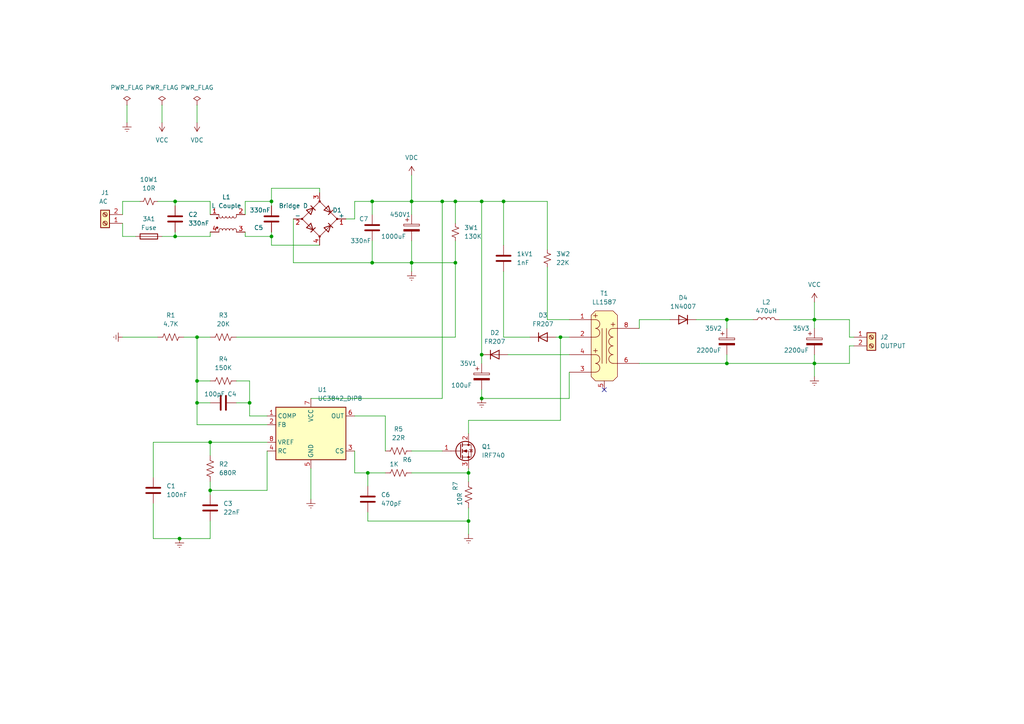
<source format=kicad_sch>
(kicad_sch (version 20230121) (generator eeschema)
  (paper "A4")
  (title_block (title "Switching Mode Power Supply ") (date "05.08.2023") (rev "1.0") (company "by Muxtar_Safarov"))
  (lib_symbols
    (symbol "Connector:Screw_Terminal_01x02" (pin_names (offset 1.016) hide)
      (property "Reference" "J" (at 0 2.54 0))
      (property "Value" "Screw_Terminal_01x02" (at 0 -5.08 0))
      (symbol "Screw_Terminal_01x02_1_1"
        (rectangle (start -1.27 1.27) (end 1.27 -3.81) (stroke (width 0.254)) (fill (type background)))
        (circle (center 0 -2.54) (radius 0.635) (stroke (width 0.1524)))
        (polyline (pts (xy -0.5334 -2.2098) (xy 0.3302 -3.048)) (stroke (width 0.1524)))
        (polyline (pts (xy -0.5334 0.3302) (xy 0.3302 -0.508)) (stroke (width 0.1524)))
        (polyline (pts (xy -0.3556 -2.032) (xy 0.508 -2.8702)) (stroke (width 0.1524)))
        (polyline (pts (xy -0.3556 0.508) (xy 0.508 -0.3302)) (stroke (width 0.1524)))
        (circle (center 0 0) (radius 0.635) (stroke (width 0.1524)))
        (pin passive line (at -5.08 0 0) (length 3.81) (name "Pin_1") (number "1"))
        (pin passive line (at -5.08 -2.54 0) (length 3.81) (name "Pin_2") (number "2"))
      )
    )
    (symbol "Device:C" (pin_numbers hide) (pin_names (offset 0.254))
      (property "Reference" "C" (at 0.635 2.54 0))
      (property "Value" "C" (at 0.635 -2.54 0))
      (symbol "C_0_1"
        (polyline (pts (xy -2.032 -0.762) (xy 2.032 -0.762)) (stroke (width 0.508)))
        (polyline (pts (xy -2.032 0.762) (xy 2.032 0.762)) (stroke (width 0.508)))
      )
      (symbol "C_1_1"
        (pin passive line (at 0 3.81 270) (length 2.794) (name "~") (number "1"))
        (pin passive line (at 0 -3.81 90) (length 2.794) (name "~") (number "2"))
      )
    )
    (symbol "Device:C_Polarized" (pin_numbers hide) (pin_names (offset 0.254))
      (property "Reference" "C" (at 0.635 2.54 0))
      (property "Value" "C_Polarized" (at 0.635 -2.54 0))
      (symbol "C_Polarized_0_1"
        (rectangle (start -2.286 0.508) (end 2.286 1.016))
        (polyline (pts (xy -1.778 2.286) (xy -0.762 2.286)))
        (polyline (pts (xy -1.27 2.794) (xy -1.27 1.778)))
        (rectangle (start 2.286 -0.508) (end -2.286 -1.016) (fill (type outline)))
      )
      (symbol "C_Polarized_1_1"
        (pin passive line (at 0 3.81 270) (length 2.794) (name "~") (number "1"))
        (pin passive line (at 0 -3.81 90) (length 2.794) (name "~") (number "2"))
      )
    )
    (symbol "Device:D_Bridge_+-AA" (pin_names (offset 0))
      (property "Reference" "D" (at 2.54 6.985 0))
      (property "Value" "D_Bridge_+-AA" (at 2.54 5.08 0))
      (symbol "D_Bridge_+-AA_0_1"
        (circle (center -5.08 0) (radius 0.254) (fill (type outline)))
        (circle (center 0 -5.08) (radius 0.254) (fill (type outline)))
        (polyline (pts (xy -2.54 3.81) (xy -1.27 2.54)) (stroke (width 0.254)))
        (polyline (pts (xy -1.27 -2.54) (xy -2.54 -3.81)) (stroke (width 0.254)))
        (polyline (pts (xy 2.54 -1.27) (xy 3.81 -2.54)) (stroke (width 0.254)))
        (polyline (pts (xy 2.54 1.27) (xy 3.81 2.54)) (stroke (width 0.254)))
        (polyline (pts (xy -3.81 2.54) (xy -2.54 1.27) (xy -1.905 3.175) (xy -3.81 2.54)) (stroke (width 0.254)))
        (polyline (pts (xy -2.54 -1.27) (xy -3.81 -2.54) (xy -1.905 -3.175) (xy -2.54 -1.27)) (stroke (width 0.254)))
        (polyline (pts (xy 1.27 2.54) (xy 2.54 3.81) (xy 3.175 1.905) (xy 1.27 2.54)) (stroke (width 0.254)))
        (polyline (pts (xy 3.175 -1.905) (xy 1.27 -2.54) (xy 2.54 -3.81) (xy 3.175 -1.905)) (stroke (width 0.254)))
        (polyline (pts (xy -5.08 0) (xy 0 -5.08) (xy 5.08 0) (xy 0 5.08) (xy -5.08 0)))
        (circle (center 0 5.08) (radius 0.254) (fill (type outline)))
        (circle (center 5.08 0) (radius 0.254) (fill (type outline)))
      )
      (symbol "D_Bridge_+-AA_1_1"
        (pin passive line (at 7.62 0 180) (length 2.54) (name "+") (number "1"))
        (pin passive line (at -7.62 0 0) (length 2.54) (name "-") (number "2"))
        (pin passive line (at 0 7.62 270) (length 2.54) (name "~") (number "3"))
        (pin passive line (at 0 -7.62 90) (length 2.54) (name "~") (number "4"))
      )
    )
    (symbol "Device:Fuse" (pin_numbers hide) (pin_names (offset 0))
      (property "Reference" "F" (at 2.032 0 90))
      (property "Value" "Fuse" (at -1.905 0 90))
      (symbol "Fuse_0_1"
        (rectangle (start -0.762 -2.54) (end 0.762 2.54) (stroke (width 0.254)))
        (polyline (pts (xy 0 2.54) (xy 0 -2.54)))
      )
      (symbol "Fuse_1_1"
        (pin passive line (at 0 3.81 270) (length 1.27) (name "~") (number "1"))
        (pin passive line (at 0 -3.81 90) (length 1.27) (name "~") (number "2"))
      )
    )
    (symbol "Device:L" (pin_numbers hide) (pin_names (offset 1.016) hide)
      (property "Reference" "L" (at -1.27 0 90))
      (property "Value" "L" (at 1.905 0 90))
      (symbol "L_0_1"
        (arc (start 0 -2.54) (mid 0.6323 -1.905) (end 0 -1.27))
        (arc (start 0 -1.27) (mid 0.6323 -0.635) (end 0 0))
        (arc (start 0 0) (mid 0.6323 0.635) (end 0 1.27))
        (arc (start 0 1.27) (mid 0.6323 1.905) (end 0 2.54))
      )
      (symbol "L_1_1"
        (pin passive line (at 0 3.81 270) (length 1.27) (name "1") (number "1"))
        (pin passive line (at 0 -3.81 90) (length 1.27) (name "2") (number "2"))
      )
    )
    (symbol "Device:L_Coupled_1243" (pin_names (offset 0.254) hide)
      (property "Reference" "L" (at 0 4.445 0))
      (property "Value" "L_Coupled_1243" (at 0 -4.445 0))
      (symbol "L_Coupled_1243_0_1"
        (circle (center -3.048 -1.27) (radius 0.254) (fill (type outline)))
        (circle (center -3.048 1.524) (radius 0.254) (fill (type outline)))
        (arc (start -2.54 2.032) (mid -2.032 1.5262) (end -1.524 2.032))
        (arc (start -1.524 -2.032) (mid -2.032 -1.5262) (end -2.54 -2.032))
        (arc (start -1.524 2.032) (mid -1.016 1.5262) (end -0.508 2.032))
        (arc (start -0.508 -2.032) (mid -1.016 -1.5262) (end -1.524 -2.032))
        (arc (start -0.508 2.032) (mid 0 1.5262) (end 0.508 2.032))
        (polyline (pts (xy -2.54 -2.032) (xy -2.54 -2.54)))
        (polyline (pts (xy -2.54 2.032) (xy -2.54 2.54)))
        (polyline (pts (xy 2.54 -2.032) (xy 2.54 -2.54)))
        (polyline (pts (xy 2.54 2.54) (xy 2.54 2.032)))
        (arc (start 0.508 -2.032) (mid 0 -1.5262) (end -0.508 -2.032))
        (arc (start 0.508 2.032) (mid 1.016 1.5262) (end 1.524 2.032))
        (arc (start 1.524 -2.032) (mid 1.016 -1.5262) (end 0.508 -2.032))
        (arc (start 1.524 2.032) (mid 2.032 1.5262) (end 2.54 2.032))
        (arc (start 2.54 -2.032) (mid 2.032 -1.5262) (end 1.524 -2.032))
      )
      (symbol "L_Coupled_1243_1_1"
        (pin passive line (at -5.08 2.54 0) (length 2.54) (name "1") (number "1"))
        (pin passive line (at 5.08 2.54 180) (length 2.54) (name "2") (number "2"))
        (pin passive line (at 5.08 -2.54 180) (length 2.54) (name "3") (number "3"))
        (pin passive line (at -5.08 -2.54 0) (length 2.54) (name "4") (number "4"))
      )
    )
    (symbol "Device:R_Small_US" (pin_numbers hide) (pin_names (offset 0.254) hide)
      (property "Reference" "R" (at 0.762 0.508 0))
      (property "Value" "R_Small_US" (at 0.762 -1.016 0))
      (symbol "R_Small_US_1_1"
        (polyline (pts (xy 0 0) (xy 1.016 -0.381) (xy 0 -0.762) (xy -1.016 -1.143) (xy 0 -1.524)))
        (polyline (pts (xy 0 1.524) (xy 1.016 1.143) (xy 0 0.762) (xy -1.016 0.381) (xy 0 0)))
        (pin passive line (at 0 2.54 270) (length 1.016) (name "~") (number "1"))
        (pin passive line (at 0 -2.54 90) (length 1.016) (name "~") (number "2"))
      )
    )
    (symbol "Device:R_US" (pin_numbers hide) (pin_names (offset 0))
      (property "Reference" "R" (at 2.54 0 90))
      (property "Value" "R_US" (at -2.54 0 90))
      (symbol "R_US_0_1"
        (polyline (pts (xy 0 -2.286) (xy 0 -2.54)))
        (polyline (pts (xy 0 2.286) (xy 0 2.54)))
        (polyline (pts (xy 0 -0.762) (xy 1.016 -1.143) (xy 0 -1.524) (xy -1.016 -1.905) (xy 0 -2.286)))
        (polyline (pts (xy 0 0.762) (xy 1.016 0.381) (xy 0 0) (xy -1.016 -0.381) (xy 0 -0.762)))
        (polyline (pts (xy 0 2.286) (xy 1.016 1.905) (xy 0 1.524) (xy -1.016 1.143) (xy 0 0.762)))
      )
      (symbol "R_US_1_1"
        (pin passive line (at 0 3.81 270) (length 1.27) (name "~") (number "1"))
        (pin passive line (at 0 -3.81 90) (length 1.27) (name "~") (number "2"))
      )
    )
    (symbol "Diode:1N4007" (pin_numbers hide) (pin_names hide)
      (property "Reference" "D" (at 0 2.54 0))
      (property "Value" "1N4007" (at 0 -2.54 0))
      (symbol "1N4007_0_1"
        (polyline (pts (xy -1.27 1.27) (xy -1.27 -1.27)) (stroke (width 0.254)))
        (polyline (pts (xy 1.27 0) (xy -1.27 0)))
        (polyline (pts (xy 1.27 1.27) (xy 1.27 -1.27) (xy -1.27 0) (xy 1.27 1.27)) (stroke (width 0.254)))
      )
      (symbol "1N4007_1_1"
        (pin passive line (at -3.81 0 0) (length 2.54) (name "K") (number "1"))
        (pin passive line (at 3.81 0 180) (length 2.54) (name "A") (number "2"))
      )
    )
    (symbol "Regulator_Controller:UC3842_DIP8"
      (property "Reference" "U" (at 3.81 11.43 0))
      (property "Value" "UC3842_DIP8" (at 3.81 8.89 0))
      (symbol "UC3842_DIP8_0_1"
        (rectangle (start -10.16 -7.62) (end 10.16 7.62) (stroke (width 0.254)) (fill (type background)))
      )
      (symbol "UC3842_DIP8_1_1"
        (pin passive line (at -12.7 5.08 0) (length 2.54) (name "COMP") (number "1"))
        (pin input line (at -12.7 2.54 0) (length 2.54) (name "FB") (number "2"))
        (pin input line (at 12.7 -5.08 180) (length 2.54) (name "CS") (number "3"))
        (pin passive line (at -12.7 -5.08 0) (length 2.54) (name "RC") (number "4"))
        (pin power_in line (at 0 -10.16 90) (length 2.54) (name "GND") (number "5"))
        (pin output line (at 12.7 5.08 180) (length 2.54) (name "OUT") (number "6"))
        (pin power_in line (at 0 10.16 270) (length 2.54) (name "VCC") (number "7"))
        (pin power_out line (at -12.7 -2.54 0) (length 2.54) (name "VREF") (number "8"))
      )
    )
    (symbol "Transformer:LL1587" (pin_names hide)
      (property "Reference" "T" (at 1.27 -11.43 0))
      (property "Value" "LL1587" (at 0 11.43 0))
      (symbol "LL1587_0_0"
        (text "+" (at -2.54 -1.27 0) (effects (font (size 1.524 1.524))))
        (text "+" (at -2.54 8.89 0) (effects (font (size 1.524 1.524))))
        (text "+" (at 2.54 6.35 0) (effects (font (size 1.524 1.524))))
      )
      (symbol "LL1587_0_1"
        (arc (start -2.5146 -7.5946) (mid -1.2951 -6.3497) (end -2.5146 -5.08))
        (arc (start -2.5146 -5.0546) (mid -1.2951 -3.8097) (end -2.5146 -2.54))
        (arc (start -2.5146 2.5654) (mid -1.2951 3.8103) (end -2.5146 5.08))
        (arc (start -2.5146 5.1054) (mid -1.2951 6.3503) (end -2.5146 7.62))
        (polyline (pts (xy -0.635 5.08) (xy -0.635 -5.08)))
        (polyline (pts (xy 0.635 -5.08) (xy 0.635 5.08)))
        (polyline (pts (xy -3.81 8.89) (xy -3.81 -8.89) (xy -2.54 -10.16) (xy 2.54 -10.16) (xy 3.81 -8.89) (xy 3.81 8.89) (xy 2.54 10.16) (xy -2.54 10.16) (xy -3.81 8.89) (xy -3.81 8.89)) (fill (type background)))
        (arc (start 1.2954 -1.27) (mid 1.6599 -2.1501) (end 2.54 -2.5146))
        (arc (start 1.2954 1.27) (mid 1.6599 0.3899) (end 2.54 0.0254))
        (arc (start 1.2954 3.81) (mid 1.6599 2.9299) (end 2.54 2.5654))
        (arc (start 1.3208 -3.81) (mid 1.6853 -4.6901) (end 2.5654 -5.0546))
        (arc (start 2.54 0) (mid 1.642 -0.372) (end 1.2954 -1.27))
        (arc (start 2.54 2.54) (mid 1.642 2.168) (end 1.2954 1.27))
        (arc (start 2.54 5.08) (mid 1.642 4.708) (end 1.2954 3.81))
        (arc (start 2.5654 -2.54) (mid 1.6674 -2.912) (end 1.3208 -3.81))
      )
      (symbol "LL1587_1_1"
        (pin passive line (at -10.16 7.62 0) (length 7.62) (name "P1+") (number "1"))
        (pin passive line (at -10.16 2.54 0) (length 7.62) (name "P1-") (number "2"))
        (pin passive line (at -10.16 -7.62 0) (length 7.62) (name "P2-") (number "3"))
        (pin passive line (at -10.16 -2.54 0) (length 7.62) (name "P2+") (number "4"))
        (pin input line (at 0 -12.7 90) (length 2.54) (name "~") (number "5"))
        (pin passive line (at 10.16 -5.08 180) (length 7.62) (name "S-") (number "6"))
        (pin passive line (at 10.16 5.08 180) (length 7.62) (name "S+") (number "8"))
      )
    )
    (symbol "Transistor_FET:IRF740" (pin_names hide)
      (property "Reference" "Q" (at 6.35 1.905 0))
      (property "Value" "IRF740" (at 6.35 0 0))
      (symbol "IRF740_0_1"
        (polyline (pts (xy 0.254 0) (xy -2.54 0)))
        (polyline (pts (xy 0.254 1.905) (xy 0.254 -1.905)) (stroke (width 0.254)))
        (polyline (pts (xy 0.762 -1.27) (xy 0.762 -2.286)) (stroke (width 0.254)))
        (polyline (pts (xy 0.762 0.508) (xy 0.762 -0.508)) (stroke (width 0.254)))
        (polyline (pts (xy 0.762 2.286) (xy 0.762 1.27)) (stroke (width 0.254)))
        (polyline (pts (xy 2.54 2.54) (xy 2.54 1.778)))
        (polyline (pts (xy 2.54 -2.54) (xy 2.54 0) (xy 0.762 0)))
        (polyline (pts (xy 0.762 -1.778) (xy 3.302 -1.778) (xy 3.302 1.778) (xy 0.762 1.778)))
        (polyline (pts (xy 1.016 0) (xy 2.032 0.381) (xy 2.032 -0.381) (xy 1.016 0)) (fill (type outline)))
        (polyline (pts (xy 2.794 0.508) (xy 2.921 0.381) (xy 3.683 0.381) (xy 3.81 0.254)))
        (polyline (pts (xy 3.302 0.381) (xy 2.921 -0.254) (xy 3.683 -0.254) (xy 3.302 0.381)))
        (circle (center 1.651 0) (radius 2.794) (stroke (width 0.254)))
        (circle (center 2.54 -1.778) (radius 0.254) (fill (type outline)))
        (circle (center 2.54 1.778) (radius 0.254) (fill (type outline)))
      )
      (symbol "IRF740_1_1"
        (pin input line (at -5.08 0 0) (length 2.54) (name "G") (number "1"))
        (pin passive line (at 2.54 5.08 270) (length 2.54) (name "D") (number "2"))
        (pin passive line (at 2.54 -5.08 90) (length 2.54) (name "S") (number "3"))
      )
    )
    (symbol "power:Earth" (power) (pin_names (offset 0))
      (symbol "Earth_0_1"
        (polyline (pts (xy -0.635 -1.905) (xy 0.635 -1.905)))
        (polyline (pts (xy -0.127 -2.54) (xy 0.127 -2.54)))
        (polyline (pts (xy 0 -1.27) (xy 0 0)))
        (polyline (pts (xy 1.27 -1.27) (xy -1.27 -1.27)))
      )
      (symbol "Earth_1_1"
        (pin power_in line (at 0 0 270) (length 0) hide (name "Earth") (number "1"))
      )
    )
    (symbol "power:PWR_FLAG" (power) (pin_numbers hide) (pin_names (offset 0) hide)
      (property "Value" "PWR_FLAG" (at 0 3.81 0))
      (symbol "PWR_FLAG_0_0"
        (pin power_out line (at 0 0 90) (length 0) (name "pwr") (number "1"))
      )
      (symbol "PWR_FLAG_0_1"
        (polyline (pts (xy 0 0) (xy 0 1.27) (xy -1.016 1.905) (xy 0 2.54) (xy 1.016 1.905) (xy 0 1.27)))
      )
    )
    (symbol "power:VCC" (power) (pin_names (offset 0))
      (property "Value" "VCC" (at 0 3.81 0))
      (symbol "VCC_0_1"
        (polyline (pts (xy -0.762 1.27) (xy 0 2.54)))
        (polyline (pts (xy 0 0) (xy 0 2.54)))
        (polyline (pts (xy 0 2.54) (xy 0.762 1.27)))
      )
      (symbol "VCC_1_1"
        (pin power_in line (at 0 0 90) (length 0) hide (name "VCC") (number "1"))
      )
    )
    (symbol "power:VDC" (power) (pin_names (offset 0))
      (property "Value" "VDC" (at 0 6.35 0))
      (symbol "VDC_0_1"
        (polyline (pts (xy -0.762 1.27) (xy 0 2.54)))
        (polyline (pts (xy 0 0) (xy 0 2.54)))
        (polyline (pts (xy 0 2.54) (xy 0.762 1.27)))
      )
      (symbol "VDC_1_1"
        (pin power_in line (at 0 0 90) (length 0) hide (name "VDC") (number "1"))
      )
    )
  )
  (junction (at 72.39 116.84))
  (junction (at 139.7 58.42))
  (junction (at 210.82 105.41))
  (junction (at 210.82 92.71))
  (junction (at 57.15 97.79))
  (junction (at 50.8 58.42))
  (junction (at 107.95 76.2))
  (junction (at 128.27 58.42))
  (junction (at 107.95 58.42))
  (junction (at 78.74 68.58))
  (junction (at 146.05 58.42))
  (junction (at 139.7 115.57))
  (junction (at 236.22 92.71))
  (junction (at 236.22 105.41))
  (junction (at 52.07 156.21))
  (junction (at 50.8 68.58))
  (junction (at 119.38 76.2))
  (junction (at 106.68 137.16))
  (junction (at 162.56 97.79))
  (junction (at 132.08 76.2))
  (junction (at 60.96 142.24))
  (junction (at 78.74 58.42))
  (junction (at 139.7 102.87))
  (junction (at 132.08 58.42))
  (junction (at 57.15 110.49))
  (junction (at 119.38 58.42))
  (junction (at 135.89 137.16))
  (junction (at 135.89 151.13))
  (junction (at 57.15 116.84))
  (junction (at 60.96 128.27))
  (no_connect (at 175.26 113.03))
  (wire (pts (xy 71.12 68.58) (xy 71.12 67.31)))
  (wire (pts (xy 139.7 105.41) (xy 139.7 102.87)))
  (wire (pts (xy 146.05 58.42) (xy 158.75 58.42)))
  (wire (pts (xy 139.7 115.57) (xy 165.1 115.57)))
  (wire (pts (xy 162.56 121.92) (xy 162.56 97.79)))
  (wire (pts (xy 46.99 30.48) (xy 46.99 35.56)))
  (wire (pts (xy 210.82 92.71) (xy 210.82 95.25)))
  (wire (pts (xy 68.58 116.84) (xy 72.39 116.84)))
  (wire (pts (xy 210.82 92.71) (xy 218.44 92.71)))
  (wire (pts (xy 100.33 63.5) (xy 102.87 63.5)))
  (wire (pts (xy 57.15 116.84) (xy 57.15 123.19)))
  (wire (pts (xy 158.75 72.39) (xy 158.75 58.42)))
  (wire (pts (xy 77.47 128.27) (xy 60.96 128.27)))
  (wire (pts (xy 107.95 69.85) (xy 107.95 76.2)))
  (wire (pts (xy 77.47 123.19) (xy 57.15 123.19)))
  (wire (pts (xy 57.15 116.84) (xy 60.96 116.84)))
  (wire (pts (xy 72.39 116.84) (xy 72.39 120.65)))
  (wire (pts (xy 236.22 87.63) (xy 236.22 92.71)))
  (wire (pts (xy 146.05 97.79) (xy 153.67 97.79)))
  (wire (pts (xy 44.45 156.21) (xy 52.07 156.21)))
  (wire (pts (xy 107.95 62.23) (xy 107.95 58.42)))
  (wire (pts (xy 50.8 68.58) (xy 50.8 67.31)))
  (wire (pts (xy 135.89 151.13) (xy 135.89 154.94)))
  (wire (pts (xy 194.31 92.71) (xy 185.42 92.71)))
  (wire (pts (xy 92.71 54.61) (xy 78.74 54.61)))
  (wire (pts (xy 77.47 142.24) (xy 60.96 142.24)))
  (wire (pts (xy 78.74 54.61) (xy 78.74 58.42)))
  (wire (pts (xy 90.17 135.89) (xy 90.17 144.78)))
  (wire (pts (xy 78.74 67.31) (xy 78.74 68.58)))
  (wire (pts (xy 57.15 97.79) (xy 57.15 110.49)))
  (wire (pts (xy 35.56 58.42) (xy 35.56 62.23)))
  (wire (pts (xy 92.71 55.88) (xy 92.71 54.61)))
  (wire (pts (xy 90.17 115.57) (xy 128.27 115.57)))
  (wire (pts (xy 158.75 92.71) (xy 158.75 77.47)))
  (wire (pts (xy 201.93 92.71) (xy 210.82 92.71)))
  (wire (pts (xy 92.71 71.12) (xy 78.74 71.12)))
  (wire (pts (xy 52.07 156.21) (xy 60.96 156.21)))
  (wire (pts (xy 77.47 130.81) (xy 77.47 142.24)))
  (wire (pts (xy 60.96 110.49) (xy 57.15 110.49)))
  (wire (pts (xy 146.05 58.42) (xy 139.7 58.42)))
  (wire (pts (xy 78.74 58.42) (xy 71.12 58.42)))
  (wire (pts (xy 106.68 151.13) (xy 135.89 151.13)))
  (wire (pts (xy 210.82 102.87) (xy 210.82 105.41)))
  (wire (pts (xy 44.45 146.05) (xy 44.45 156.21)))
  (wire (pts (xy 44.45 128.27) (xy 44.45 138.43)))
  (wire (pts (xy 60.96 139.7) (xy 60.96 142.24)))
  (wire (pts (xy 78.74 71.12) (xy 78.74 68.58)))
  (wire (pts (xy 111.76 130.81) (xy 111.76 120.65)))
  (wire (pts (xy 60.96 128.27) (xy 44.45 128.27)))
  (wire (pts (xy 119.38 137.16) (xy 135.89 137.16)))
  (wire (pts (xy 185.42 92.71) (xy 185.42 95.25)))
  (wire (pts (xy 106.68 140.97) (xy 106.68 137.16)))
  (wire (pts (xy 50.8 58.42) (xy 50.8 59.69)))
  (wire (pts (xy 246.38 100.33) (xy 246.38 105.41)))
  (wire (pts (xy 210.82 105.41) (xy 236.22 105.41)))
  (wire (pts (xy 57.15 30.48) (xy 57.15 35.56)))
  (wire (pts (xy 132.08 69.85) (xy 132.08 76.2)))
  (wire (pts (xy 185.42 105.41) (xy 210.82 105.41)))
  (wire (pts (xy 35.56 68.58) (xy 39.37 68.58)))
  (wire (pts (xy 161.29 97.79) (xy 162.56 97.79)))
  (wire (pts (xy 46.99 68.58) (xy 50.8 68.58)))
  (wire (pts (xy 132.08 58.42) (xy 139.7 58.42)))
  (wire (pts (xy 60.96 151.13) (xy 60.96 156.21)))
  (wire (pts (xy 247.65 100.33) (xy 246.38 100.33)))
  (wire (pts (xy 106.68 137.16) (xy 111.76 137.16)))
  (wire (pts (xy 119.38 130.81) (xy 128.27 130.81)))
  (wire (pts (xy 35.56 68.58) (xy 35.56 64.77)))
  (wire (pts (xy 50.8 58.42) (xy 60.96 58.42)))
  (wire (pts (xy 57.15 110.49) (xy 57.15 116.84)))
  (wire (pts (xy 35.56 97.79) (xy 45.72 97.79)))
  (wire (pts (xy 102.87 63.5) (xy 102.87 58.42)))
  (wire (pts (xy 119.38 50.8) (xy 119.38 58.42)))
  (wire (pts (xy 247.65 97.79) (xy 246.38 97.79)))
  (wire (pts (xy 165.1 102.87) (xy 147.32 102.87)))
  (wire (pts (xy 72.39 110.49) (xy 72.39 116.84)))
  (wire (pts (xy 85.09 76.2) (xy 107.95 76.2)))
  (wire (pts (xy 50.8 68.58) (xy 60.96 68.58)))
  (wire (pts (xy 246.38 97.79) (xy 246.38 92.71)))
  (wire (pts (xy 162.56 97.79) (xy 165.1 97.79)))
  (wire (pts (xy 135.89 135.89) (xy 135.89 137.16)))
  (wire (pts (xy 135.89 147.32) (xy 135.89 151.13)))
  (wire (pts (xy 139.7 102.87) (xy 139.7 58.42)))
  (wire (pts (xy 60.96 142.24) (xy 60.96 143.51)))
  (wire (pts (xy 119.38 76.2) (xy 132.08 76.2)))
  (wire (pts (xy 45.72 58.42) (xy 50.8 58.42)))
  (wire (pts (xy 135.89 125.73) (xy 135.89 121.92)))
  (wire (pts (xy 53.34 97.79) (xy 57.15 97.79)))
  (wire (pts (xy 236.22 105.41) (xy 236.22 109.22)))
  (wire (pts (xy 72.39 120.65) (xy 77.47 120.65)))
  (wire (pts (xy 146.05 78.74) (xy 146.05 97.79)))
  (wire (pts (xy 119.38 69.85) (xy 119.38 76.2)))
  (wire (pts (xy 71.12 58.42) (xy 71.12 62.23)))
  (wire (pts (xy 111.76 120.65) (xy 102.87 120.65)))
  (wire (pts (xy 102.87 137.16) (xy 106.68 137.16)))
  (wire (pts (xy 78.74 68.58) (xy 71.12 68.58)))
  (wire (pts (xy 60.96 62.23) (xy 60.96 58.42)))
  (wire (pts (xy 132.08 76.2) (xy 132.08 97.79)))
  (wire (pts (xy 68.58 97.79) (xy 132.08 97.79)))
  (wire (pts (xy 102.87 58.42) (xy 107.95 58.42)))
  (wire (pts (xy 119.38 62.23) (xy 119.38 58.42)))
  (wire (pts (xy 236.22 105.41) (xy 246.38 105.41)))
  (wire (pts (xy 68.58 110.49) (xy 72.39 110.49)))
  (wire (pts (xy 246.38 92.71) (xy 236.22 92.71)))
  (wire (pts (xy 128.27 115.57) (xy 128.27 58.42)))
  (wire (pts (xy 132.08 64.77) (xy 132.08 58.42)))
  (wire (pts (xy 36.83 30.48) (xy 36.83 35.56)))
  (wire (pts (xy 135.89 121.92) (xy 162.56 121.92)))
  (wire (pts (xy 60.96 67.31) (xy 60.96 68.58)))
  (wire (pts (xy 165.1 92.71) (xy 158.75 92.71)))
  (wire (pts (xy 60.96 128.27) (xy 60.96 132.08)))
  (wire (pts (xy 106.68 148.59) (xy 106.68 151.13)))
  (wire (pts (xy 226.06 92.71) (xy 236.22 92.71)))
  (wire (pts (xy 107.95 58.42) (xy 119.38 58.42)))
  (wire (pts (xy 78.74 59.69) (xy 78.74 58.42)))
  (wire (pts (xy 107.95 76.2) (xy 119.38 76.2)))
  (wire (pts (xy 102.87 130.81) (xy 102.87 137.16)))
  (wire (pts (xy 119.38 76.2) (xy 119.38 78.74)))
  (wire (pts (xy 165.1 107.95) (xy 165.1 115.57)))
  (wire (pts (xy 128.27 58.42) (xy 132.08 58.42)))
  (wire (pts (xy 236.22 92.71) (xy 236.22 95.25)))
  (wire (pts (xy 85.09 63.5) (xy 85.09 76.2)))
  (wire (pts (xy 135.89 137.16) (xy 135.89 139.7)))
  (wire (pts (xy 119.38 58.42) (xy 128.27 58.42)))
  (wire (pts (xy 236.22 102.87) (xy 236.22 105.41)))
  (wire (pts (xy 146.05 71.12) (xy 146.05 58.42)))
  (wire (pts (xy 35.56 58.42) (xy 40.64 58.42)))
  (wire (pts (xy 57.15 97.79) (xy 60.96 97.79)))
  (wire (pts (xy 139.7 115.57) (xy 139.7 113.03)))
  (symbol (lib_id "power:Earth") (at 90.17 144.78 0) (unit 1)
    (property "Reference" "#PWR05" (effects hide))
    (property "Value" "Earth" (effects hide))
  )
  (symbol (lib_id "Device:C_Polarized") (at 119.38 66.04 0) (unit 1)
    (property "Reference" "450V1" (at 113.03 62.23 0) (effects (justify left)))
    (property "Value" "1000uF " (at 110.49 68.58 0) (effects (justify left)))
    (property "Footprint" "Capacitor_THT:CP_Radial_D12.5mm_P7.50mm" (effects hide))
  )
  (symbol (lib_id "Device:R_Small_US") (at 132.08 67.31 180) (unit 1)
    (property "Reference" "3W1" (at 134.62 66.04 0) (effects (justify right)))
    (property "Value" "130K" (at 134.62 68.58 0) (effects (justify right)))
    (property "Footprint" "Resistor_THT:R_Axial_DIN0516_L15.5mm_D5.0mm_P20.32mm_Horizontal" (effects hide))
  )
  (symbol (lib_id "Transformer:LL1587") (at 175.26 100.33 0) (unit 1)
    (property "Reference" "T1" (at 175.26 85.09 0))
    (property "Value" "LL1587" (at 175.26 87.63 0))
    (property "Footprint" "Transformer_THT:Transformer_Microphone_Lundahl_LL1587" (effects hide))
    (property "Datasheet" "http://www.lundahl.se/wp-content/uploads/datasheets/1587.pdf" (effects hide))
  )
  (symbol (lib_id "power:PWR_FLAG") (at 46.99 30.48 0) (unit 1)
    (property "Reference" "#FLG02" (effects hide))
    (property "Value" "PWR_FLAG" (at 46.99 25.4 0))
  )
  (symbol (lib_id "Transistor_FET:IRF740") (at 133.35 130.81 0) (unit 1)
    (property "Reference" "Q1" (at 139.7 129.54 0) (effects (justify left)))
    (property "Value" "IRF740" (at 139.7 132.08 0) (effects (justify left)))
    (property "Footprint" "Package_TO_SOT_THT:TO-220-3_Vertical" (effects hide))
    (property "Datasheet" "http://www.vishay.com/docs/91054/91054.pdf" (effects hide))
  )
  (symbol (lib_id "power:Earth") (at 52.07 156.21 0) (unit 1)
    (property "Reference" "#PWR04" (effects hide))
    (property "Value" "Earth" (effects hide))
  )
  (symbol (lib_id "Device:L") (at 222.25 92.71 90) (unit 1)
    (property "Reference" "L2" (at 222.25 87.63 90))
    (property "Value" "470uH" (at 222.25 90.17 90))
    (property "Footprint" "Inductor_THT:L_Toroid_Vertical_L22.4mm_W10.2mm_P7.90mm_Vishay_TJ4" (effects hide))
  )
  (symbol (lib_id "Diode:1N4007") (at 143.51 102.87 0) (unit 1)
    (property "Reference" "D2" (at 143.51 96.52 0))
    (property "Value" "FR207" (at 143.51 99.06 0))
    (property "Footprint" "Diode_THT:D_DO-41_SOD81_P10.16mm_Horizontal" (effects hide))
    (property "Datasheet" "http://www.vishay.com/docs/88503/1n4001.pdf" (effects hide))
    (property "Sim.Device" "D" (effects hide))
    (property "Sim.Pins" "1=K 2=A" (effects hide))
  )
  (symbol (lib_id "Device:C_Polarized") (at 236.22 99.06 0) (unit 1)
    (property "Reference" "35V3" (at 229.87 95.25 0) (effects (justify left)))
    (property "Value" "2200uF" (at 227.33 101.6 0) (effects (justify left)))
    (property "Footprint" "Capacitor_THT:CP_Radial_D12.5mm_P7.50mm" (effects hide))
  )
  (symbol (lib_id "power:VDC") (at 57.15 35.56 180) (unit 1)
    (property "Reference" "#PWR012" (effects hide))
    (property "Value" "VDC" (at 57.15 40.64 0))
  )
  (symbol (lib_id "Device:C") (at 107.95 66.04 0) (unit 1)
    (property "Reference" "C7" (at 104.14 63.5 0) (effects (justify left)))
    (property "Value" "330nF" (at 101.6 69.85 0) (effects (justify left)))
    (property "Footprint" "Capacitor_THT:C_Rect_L10.3mm_W5.7mm_P7.50mm_MKS4" (effects hide))
  )
  (symbol (lib_id "Regulator_Controller:UC3842_DIP8") (at 90.17 125.73 0) (unit 1)
    (property "Reference" "U1" (at 92.1259 113.03 0) (effects (justify left)))
    (property "Value" "UC3842_DIP8" (at 92.1259 115.57 0) (effects (justify left)))
    (property "Footprint" "Package_DIP:DIP-8_W7.62mm" (effects hide))
    (property "Datasheet" "http://www.ti.com/lit/ds/symlink/uc3842.pdf" (effects hide))
  )
  (symbol (lib_id "Device:R_US") (at 115.57 130.81 90) (unit 1)
    (property "Reference" "R5" (at 115.57 124.46 90))
    (property "Value" "22R" (at 115.57 127 90))
    (property "Footprint" "Resistor_THT:R_Axial_DIN0309_L9.0mm_D3.2mm_P15.24mm_Horizontal" (effects hide))
  )
  (symbol (lib_id "power:VCC") (at 46.99 35.56 180) (unit 1)
    (property "Reference" "#PWR03" (effects hide))
    (property "Value" "VCC" (at 46.99 40.64 0))
  )
  (symbol (lib_id "power:Earth") (at 135.89 154.94 0) (unit 1)
    (property "Reference" "#PWR07" (effects hide))
    (property "Value" "Earth" (effects hide))
  )
  (symbol (lib_id "power:PWR_FLAG") (at 57.15 30.48 0) (unit 1)
    (property "Reference" "#FLG03" (effects hide))
    (property "Value" "PWR_FLAG" (at 57.15 25.4 0))
  )
  (symbol (lib_id "Device:R_US") (at 60.96 135.89 0) (unit 1)
    (property "Reference" "R2" (at 63.5 134.62 0) (effects (justify left)))
    (property "Value" "680R" (at 63.5 137.16 0) (effects (justify left)))
    (property "Footprint" "Resistor_THT:R_Axial_DIN0309_L9.0mm_D3.2mm_P15.24mm_Horizontal" (effects hide))
  )
  (symbol (lib_id "Connector:Screw_Terminal_01x02") (at 30.48 64.77 180) (unit 1)
    (property "Reference" "J1" (at 30.48 55.88 0))
    (property "Value" "AC " (at 30.48 58.42 0))
    (property "Footprint" "TerminalBlock:TerminalBlock_bornier-2_P5.08mm" (effects hide))
  )
  (symbol (lib_id "Device:C") (at 50.8 63.5 0) (unit 1)
    (property "Reference" "C2" (at 54.61 62.23 0) (effects (justify left)))
    (property "Value" "330nF" (at 54.61 64.77 0) (effects (justify left)))
    (property "Footprint" "Capacitor_THT:C_Rect_L10.3mm_W5.7mm_P7.50mm_MKS4" (effects hide))
  )
  (symbol (lib_id "Device:R_US") (at 135.89 143.51 180) (unit 1)
    (property "Reference" "R7" (at 132.08 140.97 90))
    (property "Value" "10R" (at 133.35 144.78 90))
    (property "Footprint" "Resistor_THT:R_Axial_DIN0309_L9.0mm_D3.2mm_P15.24mm_Horizontal" (effects hide))
  )
  (symbol (lib_id "power:VCC") (at 236.22 87.63 0) (unit 1)
    (property "Reference" "#PWR09" (effects hide))
    (property "Value" "VCC" (at 236.22 82.55 0))
  )
  (symbol (lib_id "Device:C") (at 60.96 147.32 180) (unit 1)
    (property "Reference" "C3" (at 64.77 146.05 0) (effects (justify right)))
    (property "Value" "22nF" (at 64.77 148.59 0) (effects (justify right)))
    (property "Footprint" "Capacitor_THT:C_Disc_D8.0mm_W5.0mm_P10.00mm" (effects hide))
  )
  (symbol (lib_id "Device:R_Small_US") (at 43.18 58.42 90) (unit 1)
    (property "Reference" "10W1" (at 43.18 52.07 90))
    (property "Value" "10R" (at 43.18 54.61 90))
    (property "Footprint" "Resistor_THT:R_Axial_Power_L25.0mm_W9.0mm_P30.48mm" (effects hide))
  )
  (symbol (lib_id "Diode:1N4007") (at 198.12 92.71 180) (unit 1)
    (property "Reference" "D4" (at 198.12 86.36 0))
    (property "Value" "1N4007" (at 198.12 88.9 0))
    (property "Footprint" "Diode_THT:D_DO-41_SOD81_P10.16mm_Horizontal" (effects hide))
    (property "Datasheet" "http://www.vishay.com/docs/88503/1n4001.pdf" (effects hide))
    (property "Sim.Device" "D" (effects hide))
    (property "Sim.Pins" "1=K 2=A" (effects hide))
  )
  (symbol (lib_id "power:Earth") (at 36.83 35.56 0) (unit 1)
    (property "Reference" "#PWR02" (effects hide))
    (property "Value" "Earth" (effects hide))
  )
  (symbol (lib_id "power:VDC") (at 119.38 50.8 0) (unit 1)
    (property "Reference" "#PWR011" (effects hide))
    (property "Value" "VDC" (at 119.38 45.72 0))
  )
  (symbol (lib_id "power:PWR_FLAG") (at 36.83 30.48 0) (unit 1)
    (property "Reference" "#FLG01" (effects hide))
    (property "Value" "PWR_FLAG" (at 36.83 25.4 0))
  )
  (symbol (lib_id "power:Earth") (at 119.38 78.74 0) (unit 1)
    (property "Reference" "#PWR06" (effects hide))
    (property "Value" "Earth" (effects hide))
  )
  (symbol (lib_id "Device:D_Bridge_+-AA") (at 92.71 63.5 0) (unit 1)
    (property "Reference" "D1" (at 97.79 60.96 0))
    (property "Value" "Bridge D" (at 85.09 59.69 0))
    (property "Footprint" "Diode_THT:Diode_Bridge_Vishay_KBL" (effects hide))
  )
  (symbol (lib_id "Device:C") (at 64.77 116.84 90) (unit 1)
    (property "Reference" "C4" (at 67.31 114.3 90))
    (property "Value" "100pF" (at 62.23 114.3 90))
    (property "Footprint" "Capacitor_THT:C_Disc_D8.0mm_W5.0mm_P10.00mm" (effects hide))
  )
  (symbol (lib_id "Device:C") (at 78.74 63.5 0) (unit 1)
    (property "Reference" "C5" (at 73.66 66.04 0) (effects (justify left)))
    (property "Value" "330nF" (at 72.39 60.96 0) (effects (justify left)))
    (property "Footprint" "Capacitor_THT:C_Rect_L10.3mm_W5.7mm_P7.50mm_MKS4" (effects hide))
  )
  (symbol (lib_id "power:Earth") (at 139.7 115.57 0) (unit 1)
    (property "Reference" "#PWR08" (effects hide))
    (property "Value" "Earth" (effects hide))
  )
  (symbol (lib_id "Device:R_US") (at 64.77 97.79 90) (unit 1)
    (property "Reference" "R3" (at 64.77 91.44 90))
    (property "Value" "20K" (at 64.77 93.98 90))
    (property "Footprint" "Resistor_THT:R_Axial_DIN0309_L9.0mm_D3.2mm_P15.24mm_Horizontal" (effects hide))
  )
  (symbol (lib_id "Device:Fuse") (at 43.18 68.58 90) (unit 1)
    (property "Reference" "3A1" (at 43.18 63.5 90))
    (property "Value" "Fuse" (at 43.18 66.04 90))
    (property "Footprint" "Fuse:Fuse_Bourns_MF-RHT1000" (effects hide))
  )
  (symbol (lib_id "power:Earth") (at 236.22 109.22 0) (unit 1)
    (property "Reference" "#PWR010" (effects hide))
    (property "Value" "Earth" (effects hide))
  )
  (symbol (lib_id "Device:C_Polarized") (at 210.82 99.06 0) (unit 1)
    (property "Reference" "35V2" (at 204.47 95.25 0) (effects (justify left)))
    (property "Value" "2200uF" (at 201.93 101.6 0) (effects (justify left)))
    (property "Footprint" "Capacitor_THT:CP_Radial_D12.5mm_P7.50mm" (effects hide))
  )
  (symbol (lib_id "Device:R_US") (at 49.53 97.79 90) (unit 1)
    (property "Reference" "R1" (at 49.53 91.44 90))
    (property "Value" "4,7K" (at 49.53 93.98 90))
    (property "Footprint" "Resistor_THT:R_Axial_DIN0309_L9.0mm_D3.2mm_P15.24mm_Horizontal" (effects hide))
  )
  (symbol (lib_id "Device:C") (at 44.45 142.24 180) (unit 1)
    (property "Reference" "C1" (at 48.26 140.97 0) (effects (justify right)))
    (property "Value" "100nF" (at 48.26 143.51 0) (effects (justify right)))
    (property "Footprint" "Capacitor_THT:C_Disc_D8.0mm_W5.0mm_P10.00mm" (effects hide))
  )
  (symbol (lib_id "Device:L_Coupled_1243") (at 66.04 64.77 0) (unit 1)
    (property "Reference" "L1" (at 65.659 57.15 0))
    (property "Value" "L Couple" (at 65.659 59.69 0))
    (property "Footprint" "Inductor_THT:L_CommonMode_Wuerth_WE-CMB-S" (effects hide))
  )
  (symbol (lib_id "Device:R_US") (at 115.57 137.16 90) (unit 1)
    (property "Reference" "R6" (at 118.11 133.35 90))
    (property "Value" "1K" (at 114.3 134.62 90))
    (property "Footprint" "Resistor_THT:R_Axial_DIN0309_L9.0mm_D3.2mm_P15.24mm_Horizontal" (effects hide))
  )
  (symbol (lib_id "Device:R_US") (at 64.77 110.49 90) (unit 1)
    (property "Reference" "R4" (at 64.77 104.14 90))
    (property "Value" "150K" (at 64.77 106.68 90))
    (property "Footprint" "Resistor_THT:R_Axial_DIN0309_L9.0mm_D3.2mm_P15.24mm_Horizontal" (effects hide))
  )
  (symbol (lib_id "power:Earth") (at 35.56 97.79 270) (unit 1)
    (property "Reference" "#PWR01" (effects hide))
    (property "Value" "Earth" (effects hide))
  )
  (symbol (lib_id "Device:C") (at 106.68 144.78 180) (unit 1)
    (property "Reference" "C6" (at 110.49 143.51 0) (effects (justify right)))
    (property "Value" "470pF" (at 110.49 146.05 0) (effects (justify right)))
    (property "Footprint" "Capacitor_THT:C_Disc_D8.0mm_W5.0mm_P10.00mm" (effects hide))
  )
  (symbol (lib_id "Device:R_Small_US") (at 158.75 74.93 180) (unit 1)
    (property "Reference" "3W2" (at 161.29 73.66 0) (effects (justify right)))
    (property "Value" "22K" (at 161.29 76.2 0) (effects (justify right)))
    (property "Footprint" "Resistor_THT:R_Axial_DIN0516_L15.5mm_D5.0mm_P20.32mm_Horizontal" (effects hide))
  )
  (symbol (lib_id "Diode:1N4007") (at 157.48 97.79 0) (unit 1)
    (property "Reference" "D3" (at 157.48 91.44 0))
    (property "Value" "FR207" (at 157.48 93.98 0))
    (property "Footprint" "Diode_THT:D_DO-41_SOD81_P10.16mm_Horizontal" (effects hide))
    (property "Datasheet" "http://www.vishay.com/docs/88503/1n4001.pdf" (effects hide))
    (property "Sim.Device" "D" (effects hide))
    (property "Sim.Pins" "1=K 2=A" (effects hide))
  )
  (symbol (lib_id "Device:C") (at 146.05 74.93 180) (unit 1)
    (property "Reference" "1kV1" (at 149.86 73.66 0) (effects (justify right)))
    (property "Value" "1nF" (at 149.86 76.2 0) (effects (justify right)))
    (property "Footprint" "Capacitor_THT:C_Disc_D8.0mm_W5.0mm_P10.00mm" (effects hide))
  )
  (symbol (lib_id "Device:C_Polarized") (at 139.7 109.22 0) (unit 1)
    (property "Reference" "35V1" (at 133.35 105.41 0) (effects (justify left)))
    (property "Value" "100uF" (at 130.81 111.76 0) (effects (justify left)))
    (property "Footprint" "Capacitor_THT:CP_Radial_D12.5mm_P7.50mm" (effects hide))
  )
  (symbol (lib_id "Connector:Screw_Terminal_01x02") (at 252.73 97.79 0) (unit 1)
    (property "Reference" "J2" (at 255.27 97.79 0) (effects (justify left)))
    (property "Value" "OUTPUT" (at 255.27 100.33 0) (effects (justify left)))
    (property "Footprint" "TerminalBlock:TerminalBlock_bornier-2_P5.08mm" (effects hide))
  )
)
</source>
